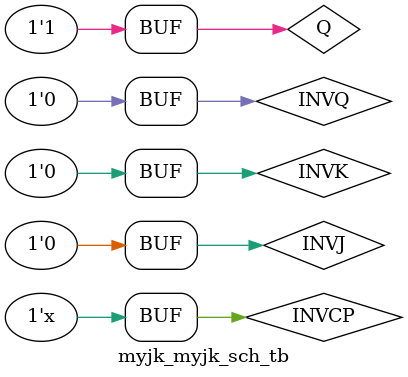
<source format=v>

`timescale 1ns / 1ps

module myjk_myjk_sch_tb();

// Inputs
   reg INVK;
   reg INVCP;
   reg INVJ;

// Output
   wire INVQ = 0;
   wire Q = 1;

// Bidirs

// Instantiate the UUT
   myjk UUT (
		.INVQ(INVQ), 
		.Q(Q), 
		.INVK(INVK), 
		.INVCP(INVCP), 
		.INVJ(INVJ)
   );
// Initialize Inputs
   //`ifdef auto_init
   //    initial begin
	//	INVK = 0;
	//	INVCP = 0;
	//	INVJ = 0;
   //`endif
	always begin
		#10 INVCP <= ~INVCP;
	end
	initial begin
		// Initialize Inputs
		INVCP = 0;
		
		INVJ = 1; //reset
		INVK = 0;
		
		// Wait 100 ns for global reset to finish
		// Add stimulus here
		#100; //hold
		INVJ = 1;
		INVK = 1;

		#100; //set
		INVJ = 0;
		INVK = 1;
		
		#100
		INVJ = 0; //toggle
		INVK = 0;
        
	end
endmodule

</source>
